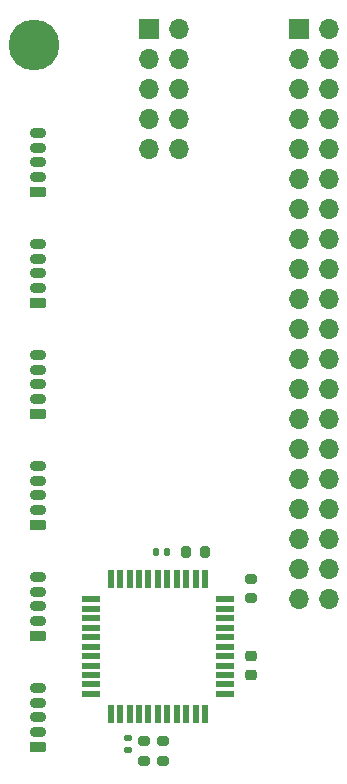
<source format=gbr>
%TF.GenerationSoftware,KiCad,Pcbnew,8.0.7*%
%TF.CreationDate,2025-01-18T12:10:45-08:00*%
%TF.ProjectId,plex-loader,706c6578-2d6c-46f6-9164-65722e6b6963,rev?*%
%TF.SameCoordinates,Original*%
%TF.FileFunction,Soldermask,Bot*%
%TF.FilePolarity,Negative*%
%FSLAX46Y46*%
G04 Gerber Fmt 4.6, Leading zero omitted, Abs format (unit mm)*
G04 Created by KiCad (PCBNEW 8.0.7) date 2025-01-18 12:10:45*
%MOMM*%
%LPD*%
G01*
G04 APERTURE LIST*
G04 Aperture macros list*
%AMRoundRect*
0 Rectangle with rounded corners*
0 $1 Rounding radius*
0 $2 $3 $4 $5 $6 $7 $8 $9 X,Y pos of 4 corners*
0 Add a 4 corners polygon primitive as box body*
4,1,4,$2,$3,$4,$5,$6,$7,$8,$9,$2,$3,0*
0 Add four circle primitives for the rounded corners*
1,1,$1+$1,$2,$3*
1,1,$1+$1,$4,$5*
1,1,$1+$1,$6,$7*
1,1,$1+$1,$8,$9*
0 Add four rect primitives between the rounded corners*
20,1,$1+$1,$2,$3,$4,$5,0*
20,1,$1+$1,$4,$5,$6,$7,0*
20,1,$1+$1,$6,$7,$8,$9,0*
20,1,$1+$1,$8,$9,$2,$3,0*%
G04 Aperture macros list end*
%ADD10RoundRect,0.225000X0.475000X-0.225000X0.475000X0.225000X-0.475000X0.225000X-0.475000X-0.225000X0*%
%ADD11O,1.400000X0.900000*%
%ADD12R,1.700000X1.700000*%
%ADD13O,1.700000X1.700000*%
%ADD14C,4.300000*%
%ADD15RoundRect,0.140000X-0.140000X-0.170000X0.140000X-0.170000X0.140000X0.170000X-0.140000X0.170000X0*%
%ADD16RoundRect,0.225000X-0.250000X0.225000X-0.250000X-0.225000X0.250000X-0.225000X0.250000X0.225000X0*%
%ADD17RoundRect,0.200000X0.200000X0.275000X-0.200000X0.275000X-0.200000X-0.275000X0.200000X-0.275000X0*%
%ADD18RoundRect,0.200000X0.275000X-0.200000X0.275000X0.200000X-0.275000X0.200000X-0.275000X-0.200000X0*%
%ADD19RoundRect,0.140000X-0.170000X0.140000X-0.170000X-0.140000X0.170000X-0.140000X0.170000X0.140000X0*%
%ADD20RoundRect,0.200000X-0.275000X0.200000X-0.275000X-0.200000X0.275000X-0.200000X0.275000X0.200000X0*%
%ADD21R,0.550000X1.500000*%
%ADD22R,1.500000X0.550000*%
G04 APERTURE END LIST*
D10*
%TO.C,J6*%
X55432500Y-114500000D03*
D11*
X55432500Y-113250000D03*
X55432500Y-112000000D03*
X55432500Y-110750000D03*
X55432500Y-109500000D03*
%TD*%
D12*
%TO.C,J10*%
X64859000Y-53683000D03*
D13*
X67399000Y-53683000D03*
X64859000Y-56223000D03*
X67399000Y-56223000D03*
X64859000Y-58763000D03*
X67399000Y-58763000D03*
X64859000Y-61303000D03*
X67399000Y-61303000D03*
X64859000Y-63843000D03*
X67399000Y-63843000D03*
%TD*%
D14*
%TO.C,REF\u002A\u002A*%
X55080000Y-55080000D03*
%TD*%
D10*
%TO.C,J3*%
X55432500Y-86300000D03*
D11*
X55432500Y-85050000D03*
X55432500Y-83800000D03*
X55432500Y-82550000D03*
X55432500Y-81300000D03*
%TD*%
D10*
%TO.C,J4*%
X55432500Y-95700000D03*
D11*
X55432500Y-94450000D03*
X55432500Y-93200000D03*
X55432500Y-91950000D03*
X55432500Y-90700000D03*
%TD*%
D12*
%TO.C,J9*%
X77559000Y-53683000D03*
D13*
X80099000Y-53683000D03*
X77559000Y-56223000D03*
X80099000Y-56223000D03*
X77559000Y-58763000D03*
X80099000Y-58763000D03*
X77559000Y-61303000D03*
X80099000Y-61303000D03*
X77559000Y-63843000D03*
X80099000Y-63843000D03*
X77559000Y-66383000D03*
X80099000Y-66383000D03*
X77559000Y-68923000D03*
X80099000Y-68923000D03*
X77559000Y-71463000D03*
X80099000Y-71463000D03*
X77559000Y-74003000D03*
X80099000Y-74003000D03*
X77559000Y-76543000D03*
X80099000Y-76543000D03*
X77559000Y-79083000D03*
X80099000Y-79083000D03*
X77559000Y-81623000D03*
X80099000Y-81623000D03*
X77559000Y-84163000D03*
X80099000Y-84163000D03*
X77559000Y-86703000D03*
X80099000Y-86703000D03*
X77559000Y-89243000D03*
X80099000Y-89243000D03*
X77559000Y-91783000D03*
X80099000Y-91783000D03*
X77559000Y-94323000D03*
X80099000Y-94323000D03*
X77559000Y-96863000D03*
X80099000Y-96863000D03*
X77559000Y-99403000D03*
X80099000Y-99403000D03*
X77559000Y-101943000D03*
X80099000Y-101943000D03*
%TD*%
D10*
%TO.C,J2*%
X55432500Y-76900000D03*
D11*
X55432500Y-75650000D03*
X55432500Y-74400000D03*
X55432500Y-73150000D03*
X55432500Y-71900000D03*
%TD*%
D10*
%TO.C,J5*%
X55432500Y-105100000D03*
D11*
X55432500Y-103850000D03*
X55432500Y-102600000D03*
X55432500Y-101350000D03*
X55432500Y-100100000D03*
%TD*%
D10*
%TO.C,J1*%
X55432500Y-67500000D03*
D11*
X55432500Y-66250000D03*
X55432500Y-65000000D03*
X55432500Y-63750000D03*
X55432500Y-62500000D03*
%TD*%
D15*
%TO.C,C5*%
X65420000Y-98000000D03*
X66380000Y-98000000D03*
%TD*%
D16*
%TO.C,C6*%
X73500000Y-106825000D03*
X73500000Y-108375000D03*
%TD*%
D17*
%TO.C,R5*%
X69625000Y-98000000D03*
X67975000Y-98000000D03*
%TD*%
D18*
%TO.C,R2*%
X64400000Y-115650000D03*
X64400000Y-114000000D03*
%TD*%
%TO.C,R6*%
X73500000Y-101925000D03*
X73500000Y-100275000D03*
%TD*%
D19*
%TO.C,C4*%
X63035000Y-113775000D03*
X63035000Y-114735000D03*
%TD*%
D20*
%TO.C,R1*%
X66035000Y-114000000D03*
X66035000Y-115650000D03*
%TD*%
D21*
%TO.C,U4*%
X69600000Y-100300000D03*
X68800000Y-100300000D03*
X68000000Y-100300000D03*
X67200000Y-100300000D03*
X66400000Y-100300000D03*
X65600000Y-100300000D03*
X64800000Y-100300000D03*
X64000000Y-100300000D03*
X63200000Y-100300000D03*
X62400000Y-100300000D03*
X61600000Y-100300000D03*
D22*
X59900000Y-102000000D03*
X59900000Y-102800000D03*
X59900000Y-103600000D03*
X59900000Y-104400000D03*
X59900000Y-105200000D03*
X59900000Y-106000000D03*
X59900000Y-106800000D03*
X59900000Y-107600000D03*
X59900000Y-108400000D03*
X59900000Y-109200000D03*
X59900000Y-110000000D03*
D21*
X61600000Y-111700000D03*
X62400000Y-111700000D03*
X63200000Y-111700000D03*
X64000000Y-111700000D03*
X64800000Y-111700000D03*
X65600000Y-111700000D03*
X66400000Y-111700000D03*
X67200000Y-111700000D03*
X68000000Y-111700000D03*
X68800000Y-111700000D03*
X69600000Y-111700000D03*
D22*
X71300000Y-110000000D03*
X71300000Y-109200000D03*
X71300000Y-108400000D03*
X71300000Y-107600000D03*
X71300000Y-106800000D03*
X71300000Y-106000000D03*
X71300000Y-105200000D03*
X71300000Y-104400000D03*
X71300000Y-103600000D03*
X71300000Y-102800000D03*
X71300000Y-102000000D03*
%TD*%
M02*

</source>
